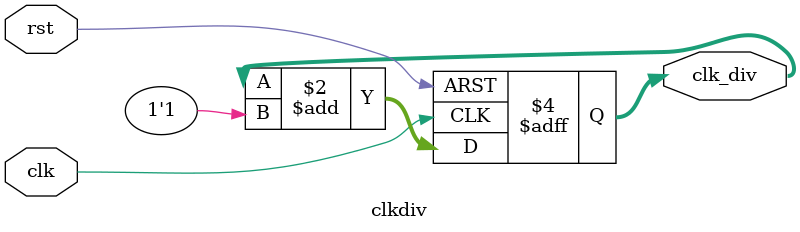
<source format=v>
`timescale 1ns / 1ps

module clkdiv(
    input wire clk,
	input wire rst,
	output reg[31:0] clk_div
    );
    //used in simulation
    initial begin
        clk_div = 0;
    end
    //clock divider   
   always @(posedge clk or posedge rst) begin
      if (rst) clk_div <= 0;
      else clk_div <= clk_div + 1'b1;
   end
endmodule


</source>
